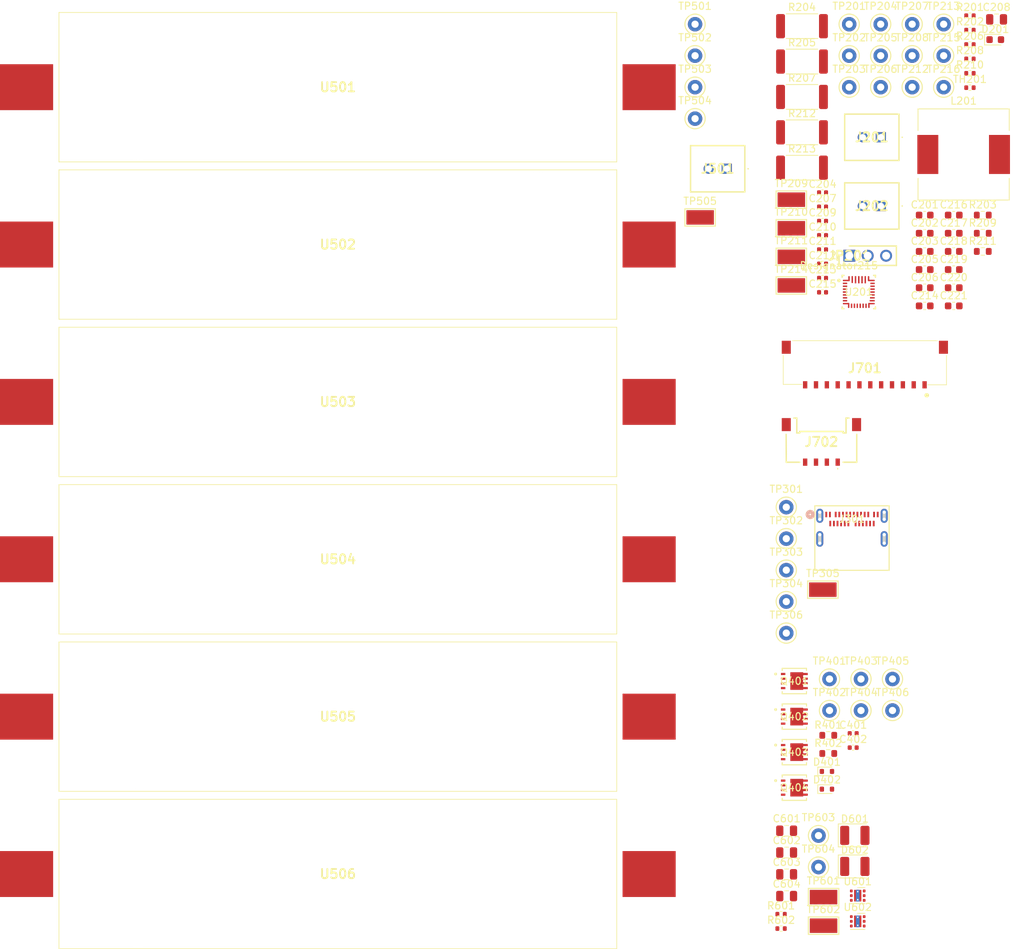
<source format=kicad_pcb>
(kicad_pcb (version 20221018) (generator pcbnew)
  (layers (0 "F.Cu" signal) (1 "In1.Cu" signal) (2 "In2.Cu" signal) (31 "B.Cu" signal) (34 "B.Paste" user) (35 "F.Paste" user) (36 "B.SilkS" user "B.Silkscreen") (37 "F.SilkS" user "F.Silkscreen") (38 "B.Mask" user) (39 "F.Mask" user) (44 "Edge.Cuts" user))
  (net 0 "")
  (net 1 "Net-(U201-PMID)")
  (net 2 "BATTERY_N")
  (net 3 "Net-(C205-Pad1)")
  (net 4 "Net-(U201-VAC2)")
  (net 5 "/Charger/REGN")
  (net 6 "Net-(U201-VAC1)")
  (net 7 "Net-(U201-BTST1)")
  (net 8 "Net-(U201-SW1)")
  (net 9 "Net-(U201-BTST2)")
  (net 10 "Net-(U201-SW2)")
  (net 11 "Net-(U201-SYS)")
  (net 12 "Net-(U201-SDRV)")
  (net 13 "Net-(C216-Pad1)")
  (net 14 "/Input Selection/ACDRV1_SOURCE")
  (net 15 "Net-(D401-K)")
  (net 16 "/Input Selection/ACDRV2_SOURCE")
  (net 17 "Net-(D402-K)")
  (net 18 "VCC")
  (net 19 "+3.3V")
  (net 20 "+5V")
  (net 21 "Net-(D201-K)")
  (net 22 "Net-(D601-K)")
  (net 23 "Net-(D602-K)")
  (net 24 "SOLAR_VBUS")
  (net 25 "GND2")
  (net 26 "Net-(J202-Pad1)")
  (net 27 "GND1")
  (net 30 "USB_VBUS")
  (net 31 "USB_CC1")
  (net 32 "USB_D+")
  (net 33 "USB_D-")
  (net 40 "USB_CC2")
  (net 43 "BATTERY_P")
  (net 44 "CHARGER_INT")
  (net 45 "USB_INT")
  (net 46 "POWER_SDA")
  (net 47 "POWER_SCL")
  (net 48 "Net-(JP201-Pad1)")
  (net 49 "/Charger/TEMPERATURE")
  (net 50 "VBUS")
  (net 51 "/Charger/STAT")
  (net 52 "Net-(U201-PROG)")
  (net 53 "Net-(U201-BATP)")
  (net 54 "ACDRV1")
  (net 55 "ACDRV2")
  (net 56 "Net-(U501-NEG)")
  (net 57 "Net-(U502-NEG)")
  (net 58 "Net-(U503-NEG)")
  (footprint "TestPoint:TestPoint_Keystone_5000-5004_Miniature" (layer "F.Cu") (at 133.2125 115.86)
    (fp_text reference "TP401" (at 0 -2.5) (layer "F.SilkS"))
    (fp_text value "Red")
    (pad "1" thru_hole circle (at 0 0) (size 2 2) (drill 1) (layers "*.Cu" "*.Mask") (net 15 "Net-(D401-K)"))
  )
  (footprint "Capacitor_SMD:C_0402_1005Metric" (layer "F.Cu") (at 132.2525 58.47)
    (fp_text reference "C212" (at 0 -1.16) (layer "F.SilkS"))
    (fp_text value "0.047u")
    (pad "1" smd roundrect (at -0.48 0) (size 0.56 0.62) (layers "F.Cu" "F.Paste" "F.Mask") (net 9 "Net-(U201-BTST2)"))
    (pad "2" smd roundrect (at 0.48 0) (size 0.56 0.62) (layers "F.Cu" "F.Paste" "F.Mask") (net 10 "Net-(U201-SW2)"))
  )
  (footprint "Capacitor_SMD:C_0603_1608Metric" (layer "F.Cu") (at 146.3625 64.29)
    (fp_text reference "C214" (at 0 -1.43) (layer "F.SilkS"))
    (fp_text value "10u")
    (pad "1" smd roundrect (at -0.775 0) (size 0.9 0.95) (layers "F.Cu" "F.Paste" "F.Mask") (net 11 "Net-(U201-SYS)"))
    (pad "2" smd roundrect (at 0.775 0) (size 0.9 0.95) (layers "F.Cu" "F.Paste" "F.Mask") (net 2 "BATTERY_N"))
  )
  (footprint "TestPoint:TestPoint_Keystone_5019_Minature" (layer "F.Cu") (at 132.3925 146)
    (fp_text reference "TP601" (at 0 -2.25) (layer "F.SilkS"))
    (fp_text value "Ring")
    (pad "1" smd rect (at 0 0) (size 3.8 2) (layers "F.Cu" "F.Paste" "F.Mask") (net 2 "BATTERY_N"))
  )
  (footprint "Resistor_SMD:R_2512_6332Metric" (layer "F.Cu") (at 129.4125 45.19)
    (fp_text reference "R213" (at 0 -2.62) (layer "F.SilkS"))
    (fp_text value "0.01")
    (pad "1" smd roundrect (at -2.9625 0) (size 1.225 3.35) (layers "F.Cu" "F.Paste" "F.Mask") (roundrect_rratio 0.2040816327) (net 11 "Net-(U201-SYS)"))
    (pad "2" smd roundrect (at 2.9625 0) (size 1.225 3.35) (layers "F.Cu" "F.Paste" "F.Mask") (roundrect_rratio 0.2040816327) (net 18 "VCC"))
  )
  (footprint "TestPoint:TestPoint_Keystone_5000-5004_Miniature" (layer "F.Cu") (at 127.2425 105.16)
    (fp_text reference "TP304" (at 0 -2.5) (layer "F.SilkS"))
    (fp_text value "White")
    (pad "1" thru_hole circle (at 0 0) (size 2 2) (drill 1) (layers "*.Cu" "*.Mask") (net 33 "USB_D-"))
  )
  (footprint "TestPoint:TestPoint_Keystone_5000-5004_Miniature" (layer "F.Cu") (at 141.9125 115.86)
    (fp_text reference "TP405" (at 0 -2.5) (layer "F.SilkS"))
    (fp_text value "White")
    (pad "1" thru_hole circle (at 0 0) (size 2 2) (drill 1) (layers "*.Cu" "*.Mask") (net 14 "/Input Selection/ACDRV1_SOURCE"))
  )
  (footprint "Capacitor_SMD:C_0402_1005Metric" (layer "F.Cu") (at 136.4825 125.34)
    (fp_text reference "C402" (at 0 -1.16) (layer "F.SilkS"))
    (fp_text value "1n")
    (pad "1" smd roundrect (at -0.48 0) (size 0.56 0.62) (layers "F.Cu" "F.Paste" "F.Mask") (net 16 "/Input Selection/ACDRV2_SOURCE"))
    (pad "2" smd roundrect (at 0.48 0) (size 0.56 0.62) (layers "F.Cu" "F.Paste" "F.Mask") (net 17 "Net-(D402-K)"))
  )
  (footprint "TestPoint:TestPoint_Keystone_5000-5004_Miniature" (layer "F.Cu") (at 114.6425 29.71)
    (fp_text reference "TP502" (at 0 -2.5) (layer "F.SilkS"))
    (fp_text value "White")
    (pad "1" thru_hole circle (at 0 0) (size 2 2) (drill 1) (layers "*.Cu" "*.Mask") (net 56 "Net-(U501-NEG)"))
  )
  (footprint "Diode_SMD:D_SOD-523" (layer "F.Cu") (at 132.8575 131.08)
    (fp_text reference "D402" (at 0 -1.3) (layer "F.SilkS"))
    (fp_text value "12V")
    (pad "1" smd roundrect (at -0.7 0 180) (size 0.6 0.7) (layers "F.Cu" "F.Paste" "F.Mask") (net 17 "Net-(D402-K)"))
    (pad "2" smd roundrect (at 0.7 0 180) (size 0.6 0.7) (layers "F.Cu" "F.Paste" "F.Mask") (net 16 "/Input Selection/ACDRV2_SOURCE"))
  )
  (footprint "footprints:5040500491" (layer "F.Cu") (at 132.0975 82.845)
    (fp_text reference "J702" (at 0 0.245) (layer "F.SilkS") (effects (font (size 1.27 1.27) (thickness 0.254))))
    (fp_text value "504050-0491" hide)
    (pad "1" smd rect (at 2.25 3.04) (size 0.6 1) (layers "F.Cu" "F.Paste" "F.Mask") (net 2 "BATTERY_N"))
    (pad "2" smd rect (at 0.75 3.04) (size 0.6 1) (layers "F.Cu" "F.Paste" "F.Mask") (net 18 "VCC"))
    (pad "3" smd rect (at -0.75 3.04) (size 0.6 1) (layers "F.Cu" "F.Paste" "F.Mask") (net 20 "+5V"))
    (pad "4" smd rect (at -2.25 3.04) (size 0.6 1) (layers "F.Cu" "F.Paste" "F.Mask") (net 19 "+3.3V"))
    (pad "MP1" smd rect (at 4.855 -2.15) (size 1.25 1.8) (layers "F.Cu" "F.Paste" "F.Mask") (net 2 "BATTERY_N"))
    (pad "MP2" smd rect (at -4.855 -2.15) (size 1.25 1.8) (layers "F.Cu" "F.Paste" "F.Mask") (net 2 "BATTERY_N"))
  )
  (footprint "footprints:B02BXASK1LFSN" (layer "F.Cu") (at 140.3075 40.985)
    (fp_text reference "J201" (at -1.25 0) (layer "F.SilkS") (effects (font (size 1.27 1.27) (thickness 0.254))))
    (fp_text value "B02B-XASK-1 (LF)(SN)" hide)
    (pad "1" thru_hole rect (at 0 0) (size 1.4 1.4) (drill 0.9) (layers "*.Cu" "*.Mask") (net 24 "SOLAR_VBUS"))
    (pad "2" thru_hole circle (at -2.5 0) (size 1.4 1.4) (drill 0.9) (layers "*.Cu" "*.Mask") (net 25 "GND2"))
  )
  (footprint "Capacitor_SMD:C_0603_1608Metric" (layer "F.Cu") (at 146.3625 56.76)
    (fp_text reference "C203" (at 0 -1.43) (layer "F.SilkS"))
    (fp_text value "10u")
    (pad "1" smd roundrect (at -0.775 0) (size 0.9 0.95) (layers "F.Cu" "F.Paste" "F.Mask") (net 1 "Net-(U201-PMID)"))
    (pad "2" smd roundrect (at 0.775 0) (size 0.9 0.95) (layers "F.Cu" "F.Paste" "F.Mask") (net 2 "BATTERY_N"))
  )
  (footprint "Capacitor_SMD:C_0603_1608Metric" (layer "F.Cu") (at 150.3725 61.78)
    (fp_text reference "C220" (at 0 -1.43) (layer "F.SilkS"))
    (fp_text value "10u")
    (pad "1" smd roundrect (at -0.775 0) (size 0.9 0.95) (layers "F.Cu" "F.Paste" "F.Mask") (net 11 "Net-(U201-SYS)"))
    (pad "2" smd roundrect (at 0.775 0) (size 0.9 0.95) (layers "F.Cu" "F.Paste" "F.Mask") (net 2 "BATTERY_N"))
  )
  (footprint "Capacitor_SMD:C_0402_1005Metric" (layer "F.Cu") (at 136.4825 123.37)
    (fp_text reference "C401" (at 0 -1.16) (layer "F.SilkS"))
    (fp_text value "1n")
    (pad "1" smd roundrect (at -0.48 0) (size 0.56 0.62) (layers "F.Cu" "F.Paste" "F.Mask") (net 14 "/Input Selection/ACDRV1_SOURCE"))
    (pad "2" smd roundrect (at 0.48 0) (size 0.56 0.62) (layers "F.Cu" "F.Paste" "F.Mask") (net 15 "Net-(D401-K)"))
  )
  (footprint "footprints:Q3A_TEX" (layer "F.Cu") (at 128.3569 125.964)
    (fp_text reference "Q403" (at 0 0 unlocked) (layer "F.SilkS"))
    (fp_text value "CSD17581Q3A")
    (fp_poly (pts (xy -0.558 -1.2192) (xy 1.22 -1.2192) (xy 1.219799 -1.127399) (xy 1.854799 -1.127399) (xy 1.854799 -0.822599) (xy 1.219799 -0.822599) (xy 1.219799 -0.477401) (xy 1.854799 -0.477401) (xy 1.854799 -0.172601) (xy 1.219799 -0.172601) (xy 1.219799 0.172601) (xy 1.854799 0.172601) (xy 1.854799 0.477401) (xy 1.219799 0.477401) (xy 1.219799 0.822599) (xy 1.854799 0.822599) (xy 1.854799 1.127399) (xy 1.219799 1.127399) (xy 1.22 1.2192) (xy -0.558 1.2192)) (fill solid) (layer "F.Cu"))
    (pad "1" smd rect (at -1.549999 -0.974999) (size 0.6096 0.3048) (layers "F.Cu" "F.Paste" "F.Mask") (net 14 "/Input Selection/ACDRV1_SOURCE"))
    (pad "2" smd rect (at -1.549999 -0.325001) (size 0.6096 0.3048) (layers "F.Cu" "F.Paste" "F.Mask") (net 14 "/Input Selection/ACDRV1_SOURCE"))
    (pad "3" smd rect (at -1.549999 0.325001) (size 0.6096 0.3048) (layers "F.Cu" "F.Paste" "F.Mask") (net 14 "/Input Selection/ACDRV1_SOURCE"))
    (pad "4" smd rect (at -1.549999 0.974999) (size 0.6096 0.3048) (layers "F.Cu" "F.Paste" "F.Mask") (net 15 "Net-(D401-K)"))
    (pad "5" smd rect (at 1.549999 0.974999) (size 0.127 0.127) (layers "F.Cu" "F.Paste" "F.Mask") (net 50 "VBUS"))
    (pad "6" smd rect (at 1.549999 0.325001) (size 0.127 0.127) (layers "F.Cu" "F.Paste" "F.Mask") (net 50 "VBUS"))
    (pad "7" smd rect (at 1.549999 -0.325001) (size 0.127 0.127) (layers "F.Cu" "F.Paste" "F.Mask") (net 50 "VBUS"))
    (pad "8" smd rect (at 1.549999 -0.974999) (size 0.127 0.127) (layers "F.Cu" "F.Paste" "F.Mask") (net 50 "VBUS"))
    (pad "9" smd rect (at 0.331 0) (size 0.127 0.127) (layers "F.Cu" "F.Paste" "F.Mask") (net 50 "VBUS"))
  )
  (footprint "Resistor_SMD:R_0402_1005Metric" (layer "F.Cu") (at 152.6125 26.17)
    (fp_text reference "R202" (at 0 -1.17) (layer "F.SilkS"))
    (fp_text value "5.24k")
    (pad "1" smd roundrect (at -0.51 0) (size 0.54 0.64) (layers "F.Cu" "F.Paste" "F.Mask") (net 5 "/Charger/REGN"))
    (pad "2" smd roundrect (at 0.51 0) (size 0.54 0.64) (layers "F.Cu" "F.Paste" "F.Mask") (net 49 "/Charger/TEMPERATURE"))
  )
  (footprint "Resistor_SMD:R_0402_1005Metric" (layer "F.Cu") (at 152.6125 34.13)
    (fp_text reference "TH201" (at 0 -1.17) (layer "F.SilkS"))
    (fp_text value "10k NTC")
    (pad "1" smd roundrect (at -0.51 0) (size 0.54 0.64) (layers "F.Cu" "F.Paste" "F.Mask") (net 48 "Net-(JP201-Pad1)"))
    (pad "2" smd roundrect (at 0.51 0) (size 0.54 0.64) (layers "F.Cu" "F.Paste" "F.Mask") (net 2 "BATTERY_N"))
  )
  (footprint "TestPoint:TestPoint_Keystone_5000-5004_Miniature" (layer "F.Cu") (at 127.2425 92.11)
    (fp_text reference "TP301" (at 0 -2.5) (layer "F.SilkS"))
    (fp_text value "Black")
    (pad "1" thru_hole circle (at 0 0) (size 2 2) (drill 1) (layers "*.Cu" "*.Mask") (net 40 "USB_CC2"))
  )
  (footprint "Diode_SMD:D_SOD-523" (layer "F.Cu") (at 132.8575 128.63)
    (fp_text reference "D401" (at 0 -1.3) (layer "F.SilkS"))
    (fp_text value "12V")
    (pad "1" smd roundrect (at -0.7 0 180) (size 0.6 0.7) (layers "F.Cu" "F.Paste" "F.Mask") (net 15 "Net-(D401-K)"))
    (pad "2" smd roundrect (at 0.7 0 180) (size 0.6 0.7) (layers "F.Cu" "F.Paste" "F.Mask") (net 14 "/Input Selection/ACDRV1_SOURCE"))
  )
  (footprint "Resistor_SMD:R_0603_1608Metric" (layer "F.Cu") (at 154.3825 56.76)
    (fp_text reference "R211" (at 0 -1.43) (layer "F.SilkS"))
    (fp_text value "100")
    (pad "1" smd roundrect (at -0.825 0) (size 0.8 0.95) (layers "F.Cu" "F.Paste" "F.Mask") (net 53 "Net-(U201-BATP)"))
    (pad "2" smd roundrect (at 0.825 0) (size 0.8 0.95) (layers "F.Cu" "F.Paste" "F.Mask") (net 13 "Net-(C216-Pad1)"))
  )
  (footprint "Capacitor_SMD:C_0603_1608Metric" (layer "F.Cu") (at 146.3625 61.78)
    (fp_text reference "C206" (at 0 -1.43) (layer "F.SilkS"))
    (fp_text value "10u")
    (pad "1" smd roundrect (at -0.775 0) (size 0.9 0.95) (layers "F.Cu" "F.Paste" "F.Mask") (net 3 "Net-(C205-Pad1)"))
    (pad "2" smd roundrect (at 0.775 0) (size 0.9 0.95) (layers "F.Cu" "F.Paste" "F.Mask") (net 2 "BATTERY_N"))
  )
  (footprint "Resistor_SMD:R_0402_1005Metric" (layer "F.Cu") (at 152.6125 32.14)
    (fp_text reference "R210" (at 0 -1.17) (layer "F.SilkS"))
    (fp_text value "10k")
    (pad "1" smd roundrect (at -0.51 0) (size 0.54 0.64) (layers "F.Cu" "F.Paste" "F.Mask") (net 19 "+3.3V"))
    (pad "2" smd roundrect (at 0.51 0) (size 0.54 0.64) (layers "F.Cu" "F.Paste" "F.Mask") (net 44 "CHARGER_INT"))
  )
  (footprint "TestPoint:TestPoint_Keystone_5000-5004_Miniature" (layer "F.Cu") (at 140.2825 34.06)
    (fp_text reference "TP206" (at 0 -2.5) (layer "F.SilkS"))
    (fp_text value "White")
    (pad "1" thru_hole circle (at 0 0) (size 2 2) (drill 1) (layers "*.Cu" "*.Mask") (net 3 "Net-(C205-Pad1)"))
  )
  (footprint "Resistor_SMD:R_0603_1608Metric" (layer "F.Cu") (at 154.3825 51.74)
    (fp_text reference "R203" (at 0 -1.43) (layer "F.SilkS"))
    (fp_text value "30.31k")
    (pad "1" smd roundrect (at -0.825 0) (size 0.8 0.95) (layers "F.Cu" "F.Paste" "F.Mask") (net 49 "/Charger/TEMPERATURE"))
    (pad "2" smd roundrect (at 0.825 0) (size 0.8 0.95) (layers "F.Cu" "F.Paste" "F.Mask") (net 2 "BATTERY_N"))
  )
  (footprint "LED_SMD:LED_1210_3225Metric" (layer "F.Cu") (at 136.7125 137.47)
    (fp_text reference "D601" (at 0 -2.28) (layer "F.SilkS"))
    (fp_text value "Orange LED")
    (pad "1" smd roundrect (at -1.4 0) (size 1.25 2.65) (layers "F.Cu" "F.Paste" "F.Mask") (roundrect_rratio 0.2) (net 22 "Net-(D601-K)"))
    (pad "2" smd roundrect (at 1.4 0) (size 1.25 2.65) (layers "F.Cu" "F.Paste" "F.Mask") (roundrect_rratio 0.2) (net 19 "+3.3V"))
  )
  (footprint "Resistor_SMD:R_0402_1005Metric" (layer "F.Cu") (at 152.6125 30.15)
    (fp_text reference "R208" (at 0 -1.17) (layer "F.SilkS"))
    (fp_text value "10k")
    (pad "1" smd roundrect (at -0.51 0) (size 0.54 0.64) (layers "F.Cu" "F.Paste" "F.Mask") (net 19 "+3.3V"))
    (pad "2" smd roundrect (at 0.51 0) (size 0.54 0.64) (layers "F.Cu" "F.Paste" "F.Mask") (net 46 "POWER_SDA"))
  )
  (footprint "TestPoint:TestPoint_Keystone_5000-5004_Miniature" (layer "F.Cu") (at 135.9325 34.06)
    (fp_text reference "TP203" (at 0 -2.5) (layer "F.SilkS"))
    (fp_text value "White")
    (pad "1" thru_hole circle (at 0 0) (size 2 2) (drill 1) (layers "*.Cu" "*.Mask") (net 50 "VBUS"))
  )
  (footprint "Capacitor_SMD:C_0402_1005Metric" (layer "F.Cu") (at 132.2525 48.62)
    (fp_text reference "C204" (at 0 -1.16) (layer "F.SilkS"))
    (fp_text value "0.1u")
    (pad "1" smd roundrect (at -0.48 0) (size 0.56 0.62) (layers "F.Cu" "F.Paste" "F.Mask") (net 1 "Net-(U201-PMID)"))
    (pad "2" smd roundrect (at 0.48 0) (size 0.56 0.62) (layers "F.Cu" "F.Paste" "F.Mask") (net 2 "BATTERY_N"))
  )
  (footprint "Resistor_SMD:R_0603_1608Metric" (layer "F.Cu") (at 133.0425 126.15)
    (fp_text reference "R402" (at 0 -1.43) (layer "F.SilkS"))
    (fp_text value "294")
    (pad "1" smd roundrect (at -0.825 0) (size 0.8 0.95) (layers "F.Cu" "F.Paste" "F.Mask") (net 17 "Net-(D402-K)"))
    (pad "2" smd roundrect (at 0.825 0) (size 0.8 0.95) (layers "F.Cu" "F.Paste" "F.Mask") (net 55 "ACDRV2"))
  )
  (footprint "footprints:KEYSTONE-1042" (layer "F.Cu") (at 65.2975 99.31)
    (fp_text reference "U504" (at 0 0) (layer "F.SilkS") (effects (font (size 1.27 1.27) (thickness 0.254))))
    (fp_text value "1042" hide)
    (pad "" np_thru_hole circle (at -27.6 8) (size 3.45 3.45) (drill 3.45) (layers "*.Cu" "*.Mask"))
    (pad "" np_thru_hole circle (at 27.6 -8) (size 3.45 3.45) (drill 3.45) (layers "*.Cu" "*.Mask"))
    (pad "" np_thru_hole circle (at 35.93 8) (size 1.57 1.57) (drill 1.57) (layers "*.Cu" "*.Mask"))
    (pad "1" smd rect (at -43 0 90) (size 6.35 7.34) (layers "F.Cu" "F.Paste" "F.Mask") (net 2 "BATTERY_N"))
    (pad "2" smd rect (at 43 0 90) (size 6.35 7.34) (layers "F.Cu" "F.Paste" "F.Mask") (net 56 "Net-(U501-NEG)"))
  )
  (footprint "TestPoint:TestPoint_Keystone_5000-5004_Miniature" (layer "F.Cu") (at 131.6925 137.5)
    (fp_text reference "TP603" (at 0 -2.5) (layer "F.SilkS"))
    (fp_text value "Red")
    (pad "1" thru_hole circle (at 0 0) (size 2 2) (drill 1) (layers "*.Cu" "*.Mask") (net 19 "+3.3V"))
  )
  (footprint "Capacitor_SMD:C_0402_1005Metric" (layer "F.Cu") (at 132.2525 60.44)
    (fp_text reference "C213" (at 0 -1.16) (layer "F.SilkS"))
    (fp_text value "0.1u")
    (pad "1" smd roundrect (at -0.48 0) (size 0.56 0.62) (layers "F.Cu" "F.Paste" "F.Mask") (net 11 "Net-(U201-SYS)"))
    (pad "2" smd roundrect (at 0.48 0) (size 0.56 0.62) (layers "F.Cu" "F.Paste" "F.Mask") (net 2 "BATTERY_N"))
  )
  (footprint "Resistor_SMD:R_0402_1005Metric" (layer "F.Cu") (at 152.6125 28.16)
    (fp_text reference "R206" (at 0 -1.17) (layer "F.SilkS"))
    (fp_text value "10k")
    (pad "1" smd roundrect (at -0.51 0) (size 0.54 0.64) (layers "F.Cu" "F.Paste" "F.Mask") (net 19 "+3.3V"))
    (pad "2" smd roundrect (at 0.51 0) (size 0.54 0.64) (layers "F.Cu" "F.Paste" "F.Mask") (net 47 "POWER_SCL"))
  )
  (footprint "Capacitor_SMD:C_0805_2012Metric" (layer "F.Cu") (at 127.2925 145.86)
    (fp_text reference "C604" (at 0 -1.68) (layer "F.SilkS"))
    (fp_text value "2.2u")
    (pad "1" smd roundrect (at -0.95 0) (size 1 1.45) (layers "F.Cu" "F.Paste" "F.Mask") (net 20 "+5V"))
    (pad "2" smd roundrect (at 0.95 0) (size 1 1.45) (layers "F.Cu" "F.Paste" "F.Mask") (net 2 "BATTERY_N"))
  )
  (footprint "Resistor_SMD:R_0402_1005Metric" (layer "F.Cu") (at 126.5225 148.36)
    (fp_text reference "R601" (at 0 -1.17) (layer "F.SilkS"))
    (fp_text value "68")
    (pad "1" smd roundrect (at -0.51 0) (size 0.54 0.64) (layers "F.Cu" "F.Paste" "F.Mask") (net 22 "Net-(D601-K)"))
    (pad "2" smd roundrect (at 0.51 0) (size 0.54 0.64) (layers "F.Cu" "F.Paste" "F.Mask") (net 2 "BATTERY_N"))
  )
  (footprint "Capacitor_SMD:C_0603_1608Metric" (layer "F.Cu") (at 150.3725 54.25)
    (fp_text reference "C217" (at 0 -1.43) (layer "F.SilkS"))
    (fp_text value "10u")
    (pad "1" smd roundrect (at -0.775 0) (size 0.9 0.95) (layers "F.Cu" "F.Paste" "F.Mask") (net 11 "Net-(U201-SYS)"))
    (pad "2" smd roundrect (at 0.775 0) (size 0.9 0.95) (layers "F.Cu" "F.Paste" "F.Mask") (net 2 "BATTERY_N"))
  )
  (footprint "TestPoint:TestPoint_Keystone_5000-5004_Miniature" (layer "F.Cu") (at 114.6425 34.06)
    (fp_text reference "TP503" (at 0 -2.5) (layer "F.SilkS"))
    (fp_text value "White")
    (pad "1" thru_hole circle (at 0 0) (size 2 2) (drill 1) (layers "*.Cu" "*.Mask") (net 57 "Net-(U502-NEG)"))
  )
  (footprint "LED_SMD:LED_1210_3225Metric" (layer "F.Cu") (at 136.7125 141.76)
    (fp_text reference "D602" (at 0 -2.28) (layer "F.SilkS"))
    (fp_text value "Orange LED")
    (pad "1" smd roundrect (at -1.4 0) (size 1.25 2.65) (layers "F.Cu" "F.Paste" "F.Mask") (roundrect_rratio 0.2) (net 23 "Net-(D602-K)"))
    (pad "2" smd roundrect (at 1.4 0) (size 1.25 2.65) (layers "F.Cu" "F.Paste" "F.Mask") (roundrect_rratio 0.2) (net 20 "+5V"))
  )
  (footprint "Capacitor_SMD:C_0402_1005Metric" (layer "F.Cu") (at 132.2525 56.5)
    (fp_text reference "C211" (at 0 -1.16) (layer "F.SilkS"))
    (fp_text value "0.047u")
    (pad "1" smd roundrect (at -0.48 0) (size 0.56 0.62) (layers "F.Cu" "F.Paste" "F.Mask") (net 7 "Net-(U201-BTST1)"))
    (pad "2" smd roundrect (at 0.48 0) (size 0.56 0.62) (layers "F.Cu" "F.Paste" "F.Mask") (net 8 "Net-(U201-SW1)"))
  )
  (footprint "TestPoint:TestPoint_Keystone_5000-5004_Miniature" (layer "F.Cu") (at 135.9325 25.36)
    (fp_text reference "TP201" (at 0 -2.5) (layer "F.SilkS"))
    (fp_text value "White")
    (pad "1" thru_hole circle (at 0 0) (size 2 2) (drill 1) (layers "*.Cu" "*.Mask") (net 24 "SOLAR_VBUS"))
  )
  (footprint "Resistor_SMD:R_0402_1005Metric" (layer "F.Cu") (at 152.6125 24.18)
    (fp_text reference "R201" (at 0 -1.17) (layer "F.SilkS"))
    (fp_text value "2.21k")
    (pad "1" smd roundrect (at -0.51 0) (size 0.54 0.64) (layers "F.Cu" "F.Paste" "F.Mask") (net 21 "Net-(D201-K)"))
    (pad "2" smd roundrect (at 0.51 0) (size 0.54 0.64) (layers "F.Cu" "F.Paste" "F.Mask") (net 51 "/Charger/STAT"))
  )
  (footprint "footprints:HDRV3W64P0X254_1X3_762X254X869P" (layer "F.Cu") (at 135.9525 57.355)
    (fp_text reference "JP201" (at 0 0) (layer "F.SilkS") (effects (font (size 1.27 1.27) (thickness 0.254))))
    (fp_text value "3P Header" hide)
    (pad "1" thru_hole rect (at 0 0) (size 1.65 1.65) (drill 1.1) (layers "*.Cu" "*.Mask") (net 48 "Net-(JP201-Pad1)"))
    (pad "2" thru_hole circle (at 2.54 0) (size 1.65 1.65) (drill 1.1) (layers "*.Cu" "*.Mask") (net 49 "/Charger/TEMPERATURE"))
    (pad "3" thru_hole circle (at 5.08 0) (size 1.65 1.65) (drill 1.1) (layers "*.Cu" "*.Mask") (net 26 "Net-(J202-Pad1)"))
  )
  (footprint "TestPoint:TestPoint_Keystone_5019_Minature" (layer "F.Cu") (at 115.3425 52.06)
    (fp_text reference "TP505" (at 0 -2.25) (layer "F.SilkS"))
    (fp_text value "Ring")
    (pad "1" smd rect (at 0 0) (size 3.8 2) (layers "F.Cu" "F.Paste" "F.Mask") (net 2 "BATTERY_N"))
  )
  (footprint "TestPoint:TestPoint_Keystone_5000-5004_Miniature" (layer "F.Cu") (at 131.6925 141.85)
    (fp_text reference "TP604" (at 0 -2.5) (layer "F.SilkS"))
    (fp_text value "Red")
    (pad "1" thru_hole circle (at 0 0) (size 2 2) (drill 1) (layers "*.Cu" "*.Mask") (net 20 "+5V"))
  )
  (footprint "TestPoint:TestPoint_Keystone_5000-5004_Miniature" (layer "F.Cu") (at 127.2425 96.46)
    (fp_text reference "TP302" (at 0 -2.5) (layer "F.SilkS"))
    (fp_text value "Red")
    (pad "1" thru_hole circle (at 0 0) (size 2 2) (drill 1) (layers "*.Cu" "*.Mask") (net 30 "USB_VBUS"))
  )
  (footprint "Capacitor_SMD:C_0603_1608Metric" (layer "F.Cu") (at 146.3625 54.25)
    (fp_text reference "C202" (at 0 -1.43) (layer "F.SilkS"))
    (fp_text value "10u")
    (pad "1" smd roundrect (at -0.775 0) (size 0.9 0.95) (layers "F.Cu" "F.Paste" "F.Mask") (net 1 "Net-(U201-PMID)"))
    (pad "2" smd roundrect (at 0.775 0) (size 0.9 0.95) (layers "F.Cu" "F.Paste" "F.Mask") (net 2 "BATTERY_N"))
  )
  (footprint "footprints:KEYSTONE-1042" (layer "F.Cu") (at 65.2975 34.06)
    (fp_text reference "U501" (at 0 0) (layer "F.SilkS") (effects (font (size 1.27 1.27) (thickness 0.254))))
    (fp_text value "1042" hide)
    (pad "" np_thru_hole circle (at -27.6 8) (size 3.45 3.45) (drill 3.45) (layers "*.Cu" "*.Mask"))
    (pad "" np_thru_hole circle (at 27.6 -8) (size 3.45 3.45) (drill 3.45) (layers "*.Cu" "*.Mask"))
    (pad "" np_thru_hole circle (at 35.93 8) (size 1.57 1.57) (drill 1.57) (layers "*.Cu" "*.Mask"))
    (pad "1" smd rect (at -43 0 90) (size 6.35 7.34) (layers "F.Cu" "F.Paste" "F.Mask") (net 56 "Net-(U501-NEG)"))
    (pad "2" smd rect (at 43 0 90) (size 6.35 7.34) (layers "F.Cu" "F.Paste" "F.Mask") (net 43 "BATTERY_P"))
  )
  (footprint "footprints:Q3A_TEX" (layer "F.Cu") (at 128.3569 130.8756)
    (fp_text reference "Q404" (at 0 0 unlocked) (layer "F.SilkS"))
    (fp_text value "CSD17581Q3A")
    (fp_poly (pts (xy -0.558 -1.2192) (xy 1.22 -1.2192) (xy 1.219799 -1.127399) (xy 1.854799 -1.127399) (xy 1.854799 -0.822599) (xy 1.219799 -0.822599) (xy 1.219799 -0.477401) (xy 1.854799 -0.477401) (xy 1.854799 -0.172601) (xy 1.219799 -0.172601) (xy 1.219799 0.172601) (xy 1.854799 0.172601) (xy 1.854799 0.477401) (xy 1.219799 0.477401) (xy 1.219799 0.822599) (xy 1.854799 0.822599) (xy 1.854799 1.127399) (xy 1.219799 1.127399) (xy 1.22 1.2192) (xy -0.558 1.2192)) (fill solid) (layer "F.Cu"))
    (pad "1" smd rect (at -1.549999 -0.974999) (size 0.6096 0.3048) (layers "F.Cu" "F.Paste" "F.Mask") (net 16 "/Input Selection/ACDRV2_SOURCE"))
    (pad "2" smd rect (at -1.549999 -0.325001) (size 0.6096 0.3048) (layers "F.Cu" "F.Paste" "F.Mask") (net 16 "/Input Selection/ACDRV2_SOURCE"))
    (pad "3" smd rect (at -1.549999 0.325001) (size 0.6096 0.3048) (layers "F.Cu" "F.Paste" "F.Mask") (net 16 "/Input Selection/ACDRV2_SOURCE"))
    (pad "4" smd rect (at -1.549999 0.974999) (size 0.6096 0.3048) (layers "F.Cu" "F.Paste" "F.Mask") (net 17 "Net-(D402-K)"))
    (pad "5" smd rect (at 1.549999 0.974999) (size 0.127 0.127) (layers "F.Cu" "F.Paste" "F.Mask") (net 50 "VBUS"))
    (pad "6" smd rect (at 1.549999 0.325001) (size 0.127 0.127) (layers "F.Cu" "F.Paste" "F.Mask") (net 50 "VBUS"))
    (pad "7" smd rect (at 1.549999 -0.325001) (size 0.127 0.127) (layers "F.Cu" "F.Paste" "F.Mask") (net 50 "VBUS"))
    (pad "8" smd rect (at 1.549999 -0.974999) (size 0.127 0.127) (layers "F.Cu" "F.Paste" "F.Mask") (net 50 "VBUS"))
    (pad "9" smd rect (at 0.331 0) (size 0.127 0.127) (layers "F.Cu" "F.Paste" "F.Mask") (net 50 "VBUS"))
  )
  (footprint "TestPoint:TestPoint_Keystone_5019_Minature" (layer "F.Cu") (at 127.9425 53.56)
    (fp_text reference "TP210" (at 0 -2.25) (layer "F.SilkS"))
    (fp_text value "Ring")
    (pad "1" smd rect (at 0 0) (size 3.8 2) (layers "F.Cu" "F.Paste" "F.Mask") (net 25 "GND2"))
  )
  (footprint "Capacitor_SMD:C_0603_1608Metric" (layer "F.Cu") (at 146.3625 51.74)
    (fp_text reference "C201" (at 0 -1.43) (layer "F.SilkS"))
    (fp_text value "10u")
    (pad "1" smd roundrect (at -0.775 0) (size 0.9 0.95) (layers "F.Cu" "F.Paste" "F.Mask") (net 1 "Net-(U201-PMID)"))
    (pad "2" smd roundrect (at 0.775 0) (size 0.9 0.95) (layers "F.Cu" "F.Paste" "F.Mask") (net 2 "BATTERY_N"))
  )
  (footprint "Package_SON:WSON-6-1EP_2x2mm_P0.65mm_EP1x1.6mm_ThermalVias" (layer "F.Cu") (at 137.1125 145.8)
    (fp_text reference "U601" (at 0 -1.95) (layer "F.SilkS"))
    (fp_text value "TLV76733DRVx")
    (pad "1" smd roundrect (at -0.8875 -0.65) (size 0.375 0.4) (layers "F.Cu" "F.Paste" "F.Mask") (net 19 "+3.3V"))
    (pad "2" smd roundrect (at -0.8875 0) (size 0.375 0.4) (layers "F.Cu" "F.Paste" "F.Mask") (net 19 "+3.3V"))
    (pad "3" smd roundrect (at -0.8875 0.65) (size 0.375 0.4) (layers "F.Cu" "F.Paste" "F.Mask") (net 2 "BATTERY_N"))
    (pad "4" smd roundrect (at 0.8875 0.65) (size 0.375 0.4) (layers "F.Cu" "F.Paste" "F.Mask") (net 18 "VCC"))
    (pad "5" smd roundrect (at 0.8875 0) (size 0.375 0.4) (layers "F.Cu" "F.Paste" "F.Mask") (net 2 "BATTERY_N"))
    (pad "6" smd roundrect (at 0.8875 -0.65) (size 0.375 0.4) (layers "F.Cu" "F.Paste" "F.Mask") (net 18 "VCC"))
    (pad "7" thru_hole circle (at 0 -0.55) (size 0.5 0.5) (drill 0.2) (layers "*.Cu") (net 2 "BATTERY_N"))
    (pad "7" smd rect (at 0 0) (size 0.5 1.6) (layers "B.Cu") (net 2 "BATTERY_N"))
    (pad "7" smd rect (at 0 0) (size 1 1.6) (layers "F.Cu" "F.Mask") (net 2 "BATTERY_N"))
    (pad "7" thru_hole circle (at 0 0.55) (size 0.5 0.5) (drill 0.2) (layers "*.Cu") (net 2 "BATTERY_N"))
  )
  (footprint "TestPoint:TestPoint_Keystone_5000-5004_Miniature" (layer "F.Cu") (at 140.2825 25.36)
    (fp_text reference "TP204" (at 0 -2.5) (layer "F.SilkS"))
    (fp_text value "White")
    (pad "1" thru_hole circle (at 0 0) (size 2 2) (drill 1) (layers "*.Cu" "*.Mask") (net 6 "Net-(U201-VAC1)"))
  )
  (footprint "TestPoint:TestPoint_Keystone_5019_Minature" (layer "F.Cu") (at 127.9425 61.46)
    (fp_text reference "TP214" (at 0 -2.25) (layer "F.SilkS"))
    (fp_text value "Ring")
    (pad "1" smd rect (at 0 0) (size 3.8 2) (layers "F.Cu" "F.Paste" "F.Mask") (net 2 "BATTERY_N"))
  )
  (footprint "Resistor_SMD:R_2512_6332Metric" (layer "F.Cu") (at 129.4125 40.3)
    (fp_text reference "R212" (at 0 -2.62) (layer "F.SilkS"))
    (fp_text value "0.01")
    (pad "1" smd roundrect (at -2.9625 0) (size 1.225 3.35) (layers "F.Cu" "F.Paste" "F.Mask") (roundrect_rratio 0.2040816327) (net 13 "Net-(C216-Pad1)"))
    (pad "2" smd roundrect (at 2.9625 0) (size 1.225 3.35) (layers "F.Cu" "F.Paste" "F.Mask") (roundrect_rratio 0.2040816327) (net 43 "BATTERY_P"))
  )
  (footprint "footprints:KEYSTONE-1042" (layer "F.Cu") (at 65.2975 77.56)
    (fp_text reference "U503" (at 0 0) (layer "F.SilkS") (effects (font (size 1.27 1.27) (thickness 0.254))))
    (fp_text value "1042" hide)
    (pad "" np_thru_hole circle (at -27.6 8) (size 3.45 3.45) (drill 3.45) (layers "*.Cu" "*.Mask"))
    (pad "" np_thru_hole circle (at 27.6 -8) (size 3.45 3.45) (drill 3.45) (layers "*.Cu" "*.Mask"))
    (pad "" np_thru_hole circle (at 35.93 8) (size 1.57 1.57) (drill 1.57) (layers "*.Cu" "*.Mask"))
    (pad "1" smd rect (at -43 0 90) (size 6.35 7.34) (layers "F.Cu" "F.Paste" "F.Mask") (net 58 "Net-(U503-NEG)"))
    (pad "2" smd rect (at 43 0 90) (size 6.35 7.34) (layers "F.Cu" "F.Paste" "F.Mask") (net 43 "BATTERY_P"))
  )
  (footprint "TestPoint:TestPoint_Keystone_5000-5004_Miniature" (layer "F.Cu") (at 144.6325 29.71)
    (fp_text reference "TP208" (at 0 -2.5) (layer "F.SilkS"))
    (fp_text value "Black")
    (pad "1" thru_hole circle (at 0 0) (size 2 2) (drill 1) (layers "*.Cu" "*.Mask") (net 2 "BATTERY_N"))
  )
  (footprint "LED_SMD:LED_0603_1608Metric" (layer "F.Cu") (at 156.1125 27.49)
    (fp_text reference "D201" (at 0 -1.43) (layer "F.SilkS"))
    (fp_text value "Green LED")
    (pad "1" smd roundrect (at -0.7875 0) (size 0.875 0.95) (layers "F.Cu" "F.Paste" "F.Mask") (net 21 "Net-(D201-K)"))
    (pad "2" smd roundrect (at 0.7875 0) (size 0.875 0.95) (layers "F.Cu" "F.Paste" "F.Mask") (net 19 "+3.3V"))
  )
  (footprint "Capacitor_SMD:C_0402_1005Metric" (layer "F.Cu") (at 132.2525 62.41)
    (fp_text reference "C215" (at 0 -1.16) (layer "F.SilkS"))
    (fp_text value "1n")
    (pad "1" smd roundrect (at -0.48 0) (size 0.56 0.62) (layers "F.Cu" "F.Paste" "F.Mask") (net 12 "Net-(U201-SDRV)"))
    (pad "2" smd roundrect (at 0.48 0) (size 0.56 0.62) (layers "F.Cu" "F.Paste" "F.Mask") (net 2 "BATTERY_N"))
  )
  (footprint "TestPoint:TestPoint_Keystone_5000-5004_Miniature" (layer "F.Cu") (at 127.2425 100.81)
    (fp_text reference "TP303" (at 0 -2.5) (layer "F.SilkS"))
    (fp_text value "White")
    (pad "1" thru_hole circle (at 0 0) (size 2 2) (drill 1) (layers "*.Cu" "*.Mask") (net 32 "USB_D+"))
  )
  (footprint "Capacitor_SMD:C_0402_1005Metric" (layer "F.Cu") (at 132.2525 50.59)
    (fp_text reference "C207" (at 0 -1.16) (layer "F.SilkS"))
    (fp_text value "0.1u")
    (pad "1" smd roundrect (at -0.48 0) (size 0.56 0.62) (layers "F.Cu" "F.Paste" "F.Mask") (net 4 "Net-(U201-VAC2)"))
    (pad "2" smd roundrect (at 0.48 0) (size 0.56 0.62) (layers "F.Cu" "F.Paste" "F.Mask") (net 2 "BATTERY_N"))
  )
  (footprint "TestPoint:TestPoint_Keystone_5000-5004_Miniature" (layer "F.Cu") (at 133.2125 120.21)
    (fp_text reference "TP402" (at 0 -2.5) (layer "F.SilkS"))
    (fp_text value "Red")
    (pad "1" thru_hole circle (at 0 0) (size 2 2) (drill 1) (layers "*.Cu" "*.Mask") (net 17 "Net-(D402-K)"))
  )
  (footprint "TestPoint:TestPoint_Keystone_5000-5004_Miniature" (layer "F.Cu") (at 135.9325 29.71)
    (fp_text reference "TP202" (at 0 -2.5) (layer "F.SilkS"))
    (fp_text value "White")
    (pad "1" thru_hole circle (at 0 0) (size 2 2) (drill 1) (layers "*.Cu" "*.Mask") (net 30 "USB_VBUS"))
  )
  (footprint "TestPoint:TestPoint_Keystone_5000-5004_Miniature" (layer "F.Cu") (at 141.9125 120.21)
    (fp_text reference "TP406" (at 0 -2.5) (layer "F.SilkS"))
    (fp_text value "White")
    (pad "1" thru_hole circle (at 0 0) (size 2 2) (drill 1) (layers "*.Cu" "*.Mask") (net 16 "/Input Selection/ACDRV2_SOURCE"))
  )
  (footprint "Resistor_SMD:R_0603_1608Metric" (layer "F.Cu") (at 154.3825 54.25)
    (fp_text reference "R209" (at 0 -1.43) (layer "F.SilkS"))
    (fp_text value "6.2k")
    (pad "1" smd roundrect (at -0.825 0) (size 0.8 0.95) (layers "F.Cu" "F.Paste" "F.Mask") (net 52 "Net-(U201-PROG)"))
    (pad "2" smd roundrect (at 0.825 0) (size 0.8 0.95) (layers "F.Cu" "F.Paste" "F.Mask") (net 2 "BATTERY_N"))
  )
  (footprint "Resistor_SMD:R_2512_6332Metric" (layer "F.Cu") (at 129.4125 25.63)
    (fp_text reference "R204" (at 0 -2.62) (layer "F.SilkS"))
    (fp_text value "0.01")
    (pad "1" smd roundrect (at -2.9625 0) (size 1.225 3.35) (layers "F.Cu" "F.Paste" "F.Mask") (roundrect_rratio 0.2040816327) (net 24 "SOLAR_VBUS"))
    (pad "2" smd roundrect (at 2.9625 0) (size 1.225 3.35) (layers "F.Cu" "F.Paste" "F.Mask") (roundrect_rratio 0.2040816327) (net 6 "Net-(U201-VAC1)"))
  )
  (footprint "footprints:B02BXASK1LFSN" (layer "F.Cu") (at 119.0175 45.335)
    (fp_text reference "J501" (at -1.25 0) (layer "F.SilkS") (effects (font (size 1.27 1.27) (thickness 0.254))))
    (fp_text value "B02B-XASK-1 (LF)(SN)" hide)
    (pad "1" thru_hole rect (at 0 0) (size 1.4 1.4) (drill 0.9) (layers "*.Cu" "*.Mask") (net 43 "BATTERY_P"))
    (pad "2" thru_hole circle (at -2.5 0) (size 1.4 1.4) (drill 0.9) (layers "*.Cu" "*.Mask") (net 2 "BATTERY_N"))
  )
  (footprint "Resistor_SMD:R_2512_6332Metric" (layer "F.Cu") (at 129.4125 30.52)
    (fp_text reference "R205" (at 0 -2.62) (layer "F.SilkS"))
    (fp_text value "0.01")
    (pad "1" smd roundrect (at -2.9625 0) (size 1.225 3.35) (layers "F.Cu" "F.Paste" "F.Mask") (roundrect_rratio 0.2040816327) (net 30 "USB_VBUS"))
    (pad "2" smd roundrect (at 2.9625 0) (size 1.225 3.35) (layers "F.Cu" "F.Paste" "F.Mask") (roundrect_rratio 0.2040816327) (net 4 "Net-(U201-VAC2)"))
  )
  (footprint "TestPoint:TestPoint_Keystone_5000-5004_Miniature" (layer "F.Cu") (at 148.9825 34.06)
    (fp_text reference "TP216" (at 0 -2.5) (layer "F.SilkS"))
    (fp_text value "White")
    (pad "1" thru_hole circle (at 0 0) (size 2 2) (drill 1) (layers "*.Cu" "*.Mask") (net 18 "VCC"))
  )
  (footprint "Resistor_SMD:R_2512_6332Metric" (layer "F.Cu") (at 129.4125 35.41)
    (fp_text reference "R207" (at 0 -2.62) (layer "F.SilkS"))
    (fp_text value "0.01")
    (pad "1" smd roundrect (at -2.9625 0) (size 1.225 3.35) (layers "F.Cu" "F.Paste" "F.Mask") (roundrect_rratio 0.2040816327) (net 50 "VBUS"))
    (pad "2" smd roundrect (at 2.9625 0) (size 1.225 3.35) (layers "F.Cu" "F.Paste" "F.Mask") (roundrect_rratio 0.2040816327) (net 3 "Net-(C205-Pad1)"))
  )
  (footprint "footprints:CONN_124018612112A_AMP" (layer "F.Cu") (at 133.2683 93.122)
    (fp_text reference "J301" (at 3.05 0.625 unlocked) (layer "F.SilkS"))
    (fp_text value "USB")
    (fp_line (start -1.400001 0.6703) (end -1.400001 -0.3203) (stroke (width 0.4572)) (layer "Edge.Cuts"))
    (fp_line (start -1.400001 3.9719) (end -1.400001 2.7781) (stroke (width 0.4572)) (layer "Edge.Cuts"))
    (fp_line (start 7.5 0.6703) (end 7.5 -0.3203) (stroke (width 0.4572)) (layer "Edge.Cuts"))
    (fp_line (start 7.5 3.9719) (end 7.5 2.7781) (stroke (width 0.4572)) (layer "Edge.Cuts"))
    (pad "" np_thru_hole circle (at -1.400001 -0.3203) (size 0.4572 0.4572) (drill 0.4572) (layers "*.Cu" "*.Mask"))
    (pad "" np_thru_hole circle (at -1.400001 0.6703) (size 0.4572 0.4572) (drill 0.4572) (layers "*.Cu" "*.Mask"))
    (pad "" np_thru_hole circle (at -1.400001 2.7781) (size 0.4572 0.4572) (drill 0.4572) (layers "*.Cu" "*.Mask"))
    (pad "" np_thru_hole circle (at -1.400001 3.9719) (size 0.4572 0.4572) (drill 0.4572) (layers "*.Cu" "*.Mask"))
    (pad "" np_thru_hole circle (at 7.5 -0.3203) (size 0.4572 0.4572) (drill 0.4572) (layers "*.Cu" "*.Mask"))
    (pad "" np_thru_hole circle (at 7.5 0.6703) (size 0.4572 0.4572) (drill 0.4572) (layers "*.Cu" "*.Mask"))
    (pad "" np_thru_hole circle (at 7.5 2.7781) (size 0.4572 0.4572) (drill 0.4572) (layers "*.Cu" "*.Mask"))
    (pad "" np_thru_hole circle (at 7.5 3.9719) (size 0.4572 0.4572) (drill 0.4572) (layers "*.Cu" "*.Mask"))
    (pad "25" smd rect (at -0.5 0) (size 0.254 0.762) (layers "F.Cu" "F.Paste" "F.Mask"))
    (pad "26" smd rect (at 6.599999 0) (size 0.254 0.762) (layers "F.Cu" "F.Paste" "F.Mask"))
    (pad "27" thru_hole oval (at -1.400001 0.175 90) (size 1.9558 0.9652) (drill 0.0254) (layers "*.Cu" "*.Mask"))
    (pad "28" thru_hole oval (at 7.5 0.175 90) (size 1.9558 0.9652) (drill 0.0254) (layers "*.Cu" "*.Mask"))
    (pad "29" thru_hole oval (at -1.400001 3.375 90) (size 2.159 0.9652) (drill 0.0254) (layers "*.Cu" "*.Mask"))
    (pad "30" thru_hole oval (at 7.5 3.375 90) (size 2.159 0.9652) (drill 0.0254) (layers "*.Cu" "*.Mask"))
    (pad "A1" smd rect (at 0 0) (size 0.254 0.762) (layers "F.Cu" "F.Paste" "F.Mask") (net 27 "GND1"))
    (pad "A2" smd rect (at 0.799999 0) (size 0.254 0.762) (layers "F.Cu" "F.Paste" "F.Mask"))
    (pad "A3" smd rect (at 1.300001 0) (size 0.254 0.762) (layers "F.Cu" "F.Paste" "F.Mask"))
    (pad "A4" smd rect (at 1.8 0) (size 0.254 0.762) (layers "F.Cu" "F.Paste" "F.Mask") (net 30 "USB_VBUS"))
    (pad "A5" smd rect (at 2.299999 0) (size 0.254 0.762) (layers "F.Cu" "F.Paste" "F.Mask") (net 31 "USB_CC1"))
    (pad "A6" smd rect (at 2.8 0) (size 0.254 0.762) (layers "F.Cu" "F.Paste" "F.Mask") (net 32 "USB_D+"))
    (pad "A7" smd rect (at 3.299999 0) (size 0.254 0.762) (layers "F.Cu" "F.Paste" "F.Mask") (net 33 "USB_D-"))
    (pad "A8" smd rect (at 3.800001 0) (size 0.254 0.762) (layers "F.Cu" "F.Paste" "F.Mask"))
    (pad "A9" smd rect (at 4.3 0) (size 0.254 0.762) (layers "F.Cu" "F.Paste" "F.Mask") (net 30 "USB_VBUS"))
    (pad "A10" smd rect (at 4.799999 0) (size 0.254 0.762) (layers "F.Cu" "F.Paste" "F.Mask"))
    (pad "A11" smd rect (at 5.3 0) (size 0.254 0.762) (layers "F.Cu" "F.Paste" "F.Mask"))
    (pad "A12" smd rect (at 6.099999 0) (size 0.254 0.762) (layers "F.Cu" "F.Paste" "F.Mask") (net 27 "GND1"))
    (pad "B1" smd rect (at 6.049999 1.25) (size 0.254 0.762) (layers "F.Cu" "F.Paste" "F.Mask") (net 27 "GND1"))
    (pad "B2" smd rect (at 5.55 1.25) (size 0.254 0.762) (layers "F.Cu" "F.Paste" "F.Mask"))
    (pad "B3" smd rect (at 5.049999 1.25) (size 0.254 0.762) (layers "F.Cu" "F.Paste" "F.Mask"))
    (pad "B4" smd rect (at 4.55 1.25) (size 0.254 0.762) (layers "F.Cu" "F.Paste" "F.Mask") (net 30 "USB_VBUS"))
    (pad "B5" smd rect (at 4.050001 1.25) (size 0.254 0.762) (layers "F.Cu" "F.Paste" "F.Mask") (net 40 "USB_CC2"))
    (pad "B6" smd rect (at 3.549999 1.25) (size 0.254 0.762) (layers "F.Cu" "F.Paste" "F.Mask") (net 32 "USB_D+"))
    (pad "B7" smd rect (at 2.55 1.25) (size 0.254 0.762) (layers "F.Cu" "F.Paste" "F.Mask") (net 33 "USB_D-"))
    (pad "B8" smd rect (at 2.049999 1.25) (size 0.254 0.762) (layers "F.Cu" "F.Paste" "F.Mask"))
    (pad "B9" smd rect (at 1.55 1.25) (size 0.254 0.762) (layers "F.Cu" "F.Paste" "F.Mask") (net 30 "USB_VBUS"))
    (pad "B10" smd rect (at 1.050001 1.25) (size 0.254 0.762) (layers "F.Cu" "F.Paste" "F.Mask"))
    (pad "B11" smd rect (at 0.549999 1.25) (size 0.254 0.762) (layers "F.Cu" "F.Paste" "F.Mask"))
    (pad "B12" smd rect (at 0.05 1.25) (size 0.254 0.762) (layers "F.Cu" "F.Paste" "F.Mask") (net 27 "GND1"))
  )
  (footprint "TestPoint:TestPoint_Keystone_5000-5004_Miniature" (layer "F.Cu") (at 148.9825 29.71)
    (fp_text reference "TP215" (at 0 -2.5) (layer "F.SilkS"))
    (fp_text value "White")
    (pad "1" thru_hole circle (at 0 0) (size 2 2) (drill 1) (layers "*.Cu" "*.Mask") (net 11 "Net-(U201-SYS)"))
  )
  (footprint "TestPoint:TestPoint_Keystone_5000-5004_Miniature" (layer "F.Cu") (at 137.5625 120.21)
    (fp_text reference "TP404" (at 0 -2.5) (layer "F.SilkS"))
    (fp_text value "Black")
    (pad "1" thru_hole circle (at 0 0) (size 2 2) (drill 1) (layers "*.Cu" "*.Mask") (net 55 "ACDRV2"))
  )
  (footprint "Capacitor_SMD:C_0805_2012Metric" (layer "F.Cu") (at 156.2925 24.69)
    (fp_text reference "C208" (at 0 -1.68) (layer "F.SilkS"))
    (fp_text value "4.7u")
    (pad "1" smd roundrect (at -0.95 0) (size 1 1.45) (layers "F.Cu" "F.Paste" "F.Mask") (net 5 "/Charger/REGN"))
    (pad "2" smd roundrect (at 0.95 0) (size 1 1.45) (layers "F.Cu" "F.Paste" "F.Mask") (net 2 "BATTERY_N"))
  )
  (footprint "footprints:KEYSTONE-1042" (layer "F.Cu") (at 65.2975 142.81)
    (fp_text reference "U506" (at 0 0) (layer "F.SilkS") (effects (font (size 1.27 1.27) (thickness 0.254))))
    (fp_text value "1042" hide)
    (pad "" np_thru_hole circle (at -27.6 8) (size 3.45 3.45) (drill 3.45) (layers "*.Cu" "*.Mask"))
    (pad "" np_thru_hole circle (at 27.6 -8) (size 3.45 3.45) (drill 3.45) (layers "*.Cu" "*.Mask"))
    (pad "" np_thru_hole circle (at 35.93 8) (size 1.57 1.57) (drill 1.57) (layers "*.Cu" "*.Mask"))
    (pad "1" smd rect (at -43 0 90) (size 6.35 7.34) (layers "F.Cu" "F.Paste" "F.Mask") (net 2 "BATTERY_N"))
    (pad "2" smd rect (at 43 0 90) (size 6.35 7.34) (layers "F.Cu" "F.Paste" "F.Mask") (net 58 "Net-(U503-NEG)"))
  )
  (footprint "TestPoint:TestPoint_Keystone_5019_Minature" (layer "F.Cu") (at 127.9425 57.51)
    (fp_text reference "TP211" (at 0 -2.25) (layer "F.SilkS"))
    (fp_text value "Ring")
    (pad "1" smd rect (at 0 0) (size 3.8 2) (layers "F.Cu" "F.Paste" "F.Mask") (net 27 "GND1"))
  )
  (footprint "TestPoint:TestPoint_Keystone_5000-5004_Miniature" (layer "F.Cu") (at 114.6425 25.36)
    (fp_text reference "TP501" (at 0 -2.5) (layer "F.SilkS"))
    (fp_text value "Red")
    (pad "1" thru_hole circle (at 0 0) (size 2 2) (drill 1) (layers "*.Cu" "*.Mask") (net 43 "BATTERY_P"))
  )
  (footprint "footprints:5040501291" (layer "F.Cu") (at 138.0975 72.145)
    (fp_text reference "J701" (at 0 0.75) (layer "F.SilkS") (effects (font (size 1.27 1.27) (thickness 0.254))))
    (fp_text value "504050-1291" hide)
    (pad "1" smd rect (at 8.25 3.05) (size 0.6 1) (layers "F.Cu" "F.Paste" "F.Mask") (net 2 "BATTERY_N"))
    (pad "2" smd rect (at 6.75 3.05) (size 0.6 1) (layers "F.Cu" "F.Paste" "F.Mask") (net 18 "VCC"))
    (pad "3" smd rect (at 5.25 3.05) (size 0.6 1) (layers "F.Cu" "F.Paste" "F.Mask") (net 20 "+5V"))
    (pad "4" smd rect (at 3.75 3.05) (size 0.6 1) (layers "F.Cu" "F.Paste" "F.Mask") (net 19 "+3.3V"))
    (pad "5" smd rect (at 2.25 3.05) (size 0.6 1) (layers "F.Cu" "F.Paste" "F.Mask") (net 44 "CHARGER_INT"))
    (pad "6" smd rect (at 0.75 3.05) (size 0.6 1) (layers "F.Cu" "F.Paste" "F.Mask") (net 2 "BATTERY_N"))
    (pad "7" smd rect (at -0.75 3.05) (size 0.6 1) (layers "F.Cu" "F.Paste" "F.Mask") (net 45 "USB_INT"))
    (pad "8" smd rect (at -2.25 3.05) (size 0.6 1) (layers "F.Cu" "F.Paste" "F.Mask") (net 20 "+5V"))
    (pad "9" smd rect (at -3.75 3.05) (size 0.6 1) (layers "F.Cu" "F.Paste" "F.Mask") (net 2 "BATTERY_N"))
    (pad "10" smd rect (at -5.25 3.05) (size 0.6 1) (layers "F.Cu" "F.Paste" "F.Mask") (net 46 "POWER_SDA"))
    (pad "11" smd rect (at -6.75 3.05) (size 0.6 1) (layers "F.Cu" "F.Paste" "F.Mask") (net 47 "POWER_SCL"))
    (pad "12" smd rect (at -8.25 3.05) (size 0.6 1) (layers "F.Cu" "F.Paste" "F.Mask") (net 19 "+3.3V"))
    (pad "MP1" smd rect (at -10.855 -2.14) (size 1.25 1.8) (layers "F.Cu" "F.Paste" "F.Mask") (net 2 "BATTERY_N"))
    (pad "MP2" smd rect (at 10.855 -2.14) (size 1.25 1.8) (layers "F.Cu" "F.Paste" "F.Mask") (net 2 "BATTERY_N"))
  )
  (footprint "footprints:KEYSTONE-1042" (layer "F.Cu") (at 65.2975 121.06)
    (fp_text reference "U505" (at 0 0) (layer "F.SilkS") (effects (font (size 1.27 1.27) (thickness 0.254))))
    (fp_text value "1042" hide)
    (pad "" np_thru_hole circle (at -27.6 8) (size 3.45 3.45) (drill 3.45) (layers "*.Cu" "*.Mask"))
    (pad "" np_thru_hole circle (at 27.6 -8) (size 3.45 3.45) (drill 3.45) (layers "*.Cu" "*.Mask"))
    (pad "" np_thru_hole circle (at 35.93 8) (size 1.57 1.57) (drill 1.57) (layers "*.Cu" "*.Mask"))
    (pad "1" smd rect (at -43 0 90) (size 6.35 7.34) (layers "F.Cu" "F.Paste" "F.Mask") (net 2 "BATTERY_N"))
    (pad "2" smd rect (at 43 0 90) (size 6.35 7.34) (layers "F.Cu" "F.Paste" "F.Mask") (net 57 "Net-(U502-NEG)"))
  )
  (footprint "Capacitor_SMD:C_0603_1608Metric" (layer "F.Cu") (at 150.3725 56.76)
    (fp_text reference "C218" (at 0 -1.43) (layer "F.SilkS"))
    (fp_text value "10u")
    (pad "1" smd roundrect (at -0.775 0) (size 0.9 0.95) (layers "F.Cu" "F.Paste" "F.Mask") (net 13 "Net-(C216-Pad1)"))
    (pad "2" smd roundrect (at 0.775 0) (size 0.9 0.95) (layers "F.Cu" "F.Paste" "F.Mask") (net 2 "BATTERY_N"))
  )
  (footprint "footprints:Q3A_TEX" (layer "F.Cu") (at 128.3569 116.1408)
    (fp_text reference "Q401" (at 0 0 unlocked) (layer "F.SilkS"))
    (fp_text value "CSD17581Q3A")
    (fp_poly (pts (xy -0.558 -1.2192) (xy 1.22 -1.2192) (xy 1.219799 -1.127399) (xy 1.854799 -1.127399) (xy 1.854799 -0.822599) (xy 1.219799 -0.822599) (xy 1.219799 -0.477401) (xy 1.854799 -0.477401) (xy 1.854799 -0.172601) (xy 1.219799 -0.172601) (xy 1.219799 0.172601) (xy 1.854799 0.172601) (xy 1.854799 0.477401) (xy 1.219799 0.477401) (xy 1.219799 0.822599) (xy 1.854799 0.822599) (xy 1.854799 1.127399) (xy 1.219799 1.127399) (xy 1.22 1.2192) (xy -0.558 1.2192)) (fill solid) (layer "F.Cu"))
    (pad "1" smd rect (at -1.549999 -0.974999) (size 0.6096 0.3048) (layers "F.Cu" "F.Paste" "F.Mask") (net 14 "/Input Selection/ACDRV1_SOURCE"))
    (pad "2" smd rect (at -1.549999 -0.325001) (size 0.6096 0.3048) (layers "F.Cu" "F.Paste" "F.Mask") (net 14 "/Input Selection/ACDRV1_SOURCE"))
    (pad "3" smd rect (at -1.549999 0.325001) (size 0.6096 0.3048) (layers "F.Cu" "F.Paste" "F.Mask") (net 14 "/Input Selection/ACDRV1_SOURCE"))
    (pad "4" smd rect (at -1.549999 0.974999) (size 0.6096 0.3048) (layers "F.Cu" "F.Paste" "F.Mask") (net 15 "Net-(D401-K)"))
    (pad "5" smd rect (at 1.549999 0.974999) (size 0.127 0.127) (layers "F.Cu" "F.Paste" "F.Mask") (net 24 "SOLAR_VBUS"))
    (pad "6" smd rect (at 1.549999 0.325001) (size 0.127 0.127) (layers "F.Cu" "F.Paste" "F.Mask") (net 24 "SOLAR_VBUS"))
    (pad "7" smd rect (at 1.549999 -0.325001) (size 0.127 0.127) (layers "F.Cu" "F.Paste" "F.Mask") (net 24 "SOLAR_VBUS"))
    (pad "8" smd rect (at 1.549999 -0.974999) (size 0.127 0.127) (layers "F.Cu" "F.Paste" "F.Mask") (net 24 "SOLAR_VBUS"))
    (pad "9" smd rect (at 0.331 0) (size 0.127 0.127) (layers "F.Cu" "F.Paste" "F.Mask") (net 24 "SOLAR_VBUS"))
  )
  (footprint "Capacitor_SMD:C_0603_1608Metric" (layer "F.Cu") (at 150.3725 59.27)
    (fp_text reference "C219" (at 0 -1.43) (layer "F.SilkS"))
    (fp_text value "10u")
    (pad "1" smd roundrect (at -0.775 0) (size 0.9 0.95) (layers "F.Cu" "F.Paste" "F.Mask") (net 11 "Net-(U201-SYS)"))
    (pad "2" smd roundrect (at 0.775 0) (size 0.9 0.95) (layers "F.Cu" "F.Paste" "F.Mask") (net 2 "BATTERY_N"))
  )
  (footprint "footprints:RQM0029A-MFG" (layer "F.Cu") (at 137.257501 62.375)
    (fp_text reference "U201" (at 0 0 unlocked) (layer "F.SilkS"))
    (fp_text value "BQ25798RQMR")
    (fp_text user "Designator215" (at -2.7432 -3.6576 unlocked) (layer "F.SilkS"))
    (fp_poly (pts (xy -2.199998 -1.649999) (xy -2.149998 -1.699999) (xy -1.45 -1.699999) (xy -1.45 -2.150001) (xy -1.4 -2.200001) (xy -1.3 -2.200001) (xy -1.249997 -2.150001) (xy -1.25 -1.549999) (xy -1.3 -1.499997) (xy -2.150001 -1.5) (xy -2.199998 -1.549999)) (fill solid) (layer "F.Cu"))
    (fp_poly (pts (xy -2.199998 1.649999) (xy -2.149998 1.699999) (xy -1.5 1.699999) (xy -1.5 2.150001) (xy -1.45 2.200001) (xy -1.35 2.200001) (xy -1.3 2.150001) (xy -1.3 1.549999) (xy -1.35 1.5) (xy -2.150001 1.5) (xy -2.199998 1.549999)) (fill solid) (layer "F.Cu"))
    (fp_poly (pts (xy 2.199998 -1.649999) (xy 2.149998 -1.699999) (xy 1.45 -1.699999) (xy 1.45 -2.150001) (xy 1.4 -2.200001) (xy 1.3 -2.200001) (xy 1.249997 -2.150001) (xy 1.25 -1.549999) (xy 1.3 -1.499997) (xy 2.150001 -1.5) (xy 2.199998 -1.549999)) (fill solid) (layer "F.Cu"))
    (fp_poly (pts (xy 2.199998 1.649999) (xy 2.149998 1.699999) (xy 1.5 1.699999) (xy 1.5 2.150001) (xy 1.45 2.199998) (xy 1.35 2.200001) (xy 1.299997 2.150001) (xy 1.3 1.549999) (xy 1.35 1.499997) (xy 2.150001 1.5) (xy 2.199998 1.549999)) (fill solid) (layer "F.Cu"))
    (pad "1" smd circle (at -1.368745 -1.631249) (size 0.191587 0.191587) (layers "F.Cu" "F.Paste" "F.Mask") (net 51 "/Charger/STAT"))
    (pad "2" smd rect (at -1.899999 -1.2) (size 0.599999 0.2) (layers "F.Cu" "F.Paste" "F.Mask") (net 3 "Net-(C205-Pad1)"))
    (pad "3" smd rect (at -1.899999 -0.800001) (size 0.599999 0.2) (layers "F.Cu" "F.Paste" "F.Mask") (net 3 "Net-(C205-Pad1)"))
    (pad "4" smd rect (at -1.899999 -0.399999) (size 0.599999 0.2) (layers "F.Cu" "F.Paste" "F.Mask") (net 7 "Net-(U201-BTST1)"))
    (pad "5" smd rect (at -1.899999 0) (size 0.599999 0.2) (layers "F.Cu" "F.Paste" "F.Mask") (net 5 "/Charger/REGN"))
    (pad "6" smd rect (at -1.899999 0.399999) (size 0.599999 0.2) (layers "F.Cu" "F.Paste" "F.Mask") (net 32 "USB_D+"))
    (pad "7" smd rect (at -1.899999 0.800001) (size 0.599999 0.2) (layers "F.Cu" "F.Paste" "F.Mask") (net 33 "USB_D-"))
    (pad "8" smd rect (at -1.899999 1.2) (size 0.599999 0.2) (layers "F.Cu" "F.Paste" "F.Mask") (net 4 "Net-(U201-VAC2)"))
    (pad "9" smd circle (at -1.412499 1.762501) (size 0.157503 0.157503) (layers "F.Cu" "F.Paste" "F.Mask") (net 6 "Net-(U201-VAC1)"))
    (pad "10" smd rect (at -1.000001 1.899999 90) (size 0.599999 0.2) (layers "F.Cu" "F.Paste" "F.Mask") (net 55 "ACDRV2"))
    (pad "11" smd rect (at -0.599999 1.899999 90) (size 0.599999 0.2) (layers "F.Cu" "F.Paste" "F.Mask") (net 54 "ACDRV1"))
    (pad "12" smd rect (at -0.2 1.899999 90) (size 0.599999 0.2) (layers "F.Cu" "F.Paste" "F.Mask"))
    (pad "13" smd rect (at 0.2 1.899999 90) (size 0.599999 0.2) (layers "F.Cu" "F.Paste" "F.Mask") (net 2 "BATTERY_N"))
    (pad "14" smd rect (at 0.599999 1.899999 90) (size 0.599999 0.2) (layers "F.Cu" "F.Paste" "F.Mask") (net 47 "POWER_SCL"))
    (pad "15" smd rect (at 1.000001 1.899999 90) (size 0.599999 0.2) (layers "F.Cu" "F.Paste" "F.Mask") (net 46 "POWER_SDA"))
    (pad "16" smd circle (at 1.431249 1.631249) (size 0.175011 0.175011) (layers "F.Cu" "F.Paste" "F.Mask") (net 49 "/Charger/TEMPERATURE"))
    (pad "17" smd rect (at 1.849999 1.2) (size 0.700001 0.2) (layers "F.Cu" "F.Paste" "F.Mask") (net 5 "/Charger/REGN"))
    (pad "18" smd rect (at 1.875 0.799998) (size 0.650001 0.2) (layers "F.Cu" "F.Paste" "F.Mask") (net 53 "Net-(U201-BATP)"))
    (pad "19" smd rect (at 1.859999 0.399999) (size 0.680001 0.2) (layers "F.Cu" "F.Paste" "F.Mask") (net 9 "Net-(U201-BTST2)"))
    (pad "20" smd rect (at 1.899999 0) (size 0.599999 0.2) (layers "F.Cu" "F.Paste" "F.Mask") (net 52 "Net-(U201-PROG)"))
    (pad "21" smd rect (at 1.899999 -0.399999) (size 0.599999 0.2) (layers "F.Cu" "F.Paste" "F.Mask") (net 44 "CHARGER_INT"))
    (pad "22" smd rect (at 1.899999 -0.800001) (size 0.599999 0.2) (layers "F.Cu" "F.Paste" "F.Mask") (net 13 "Net-(C216-Pad1)"))
    (pad "23" smd rect (at 1.899999 -1.2) (size 0.599999 0.2) (layers "F.Cu" "F.Paste" "F.Mask") (net 13 "Net-(C216-Pad1)"))
    (pad "24" smd circle (at 1.381249 -1.631249) (size 0.175011 0.175011) (layers "F.Cu" "F.Paste" "F.Mask") (net 12 "Net-(U201-SDRV)"))
    (pad "25" smd rect (at 0.900001 -1.699999) (size 0.2 1) (layers "F.Cu" "F.Paste" "F.Mask") (net 11 "Net-(U201-SYS)"))
    (pad "26" smd rect (at 0.449999 -1.699999) (size 0.2 1) (layers "F.Cu" "F.Paste" "F.Mask") (net 10 "Net-(U201-SW2)"))
    (pad "27" smd rect (at 0 -1.699999) (size 0.2 1) (layers "F.Cu" "F.Paste" "F.Mask") (net 2 "BATTERY_N"))
    (pad "28" smd rect (at -0.449999 -1.699999) (size 0.2 1) (layers "F.Cu" "F.Paste" "F.Mask") (net 8 "Net-(U201-SW1)"))
    (pad "29" smd rect (at -0.900001 -1.725) (size 0.2 0.950001) (layers "F.Cu" "F.Paste" "F.Mask") (net 1 "Net-(U201-PMID)"))
  )
  (footprint "TestPoint:TestPoint_Keystone_5000-5004_Miniature" (layer "F.Cu") (at 148.9825 25.36)
    (fp_text reference "TP213" (at 0 -2.5) (layer "F.SilkS"))
    (fp_text value "White")
    (pad "1" thru_hole circle (at 0 0) (size 2 2) (drill 1) (layers "*.Cu" "*.Mask") (net 43 "BATTERY_P"))
  )
  (footprint "Resistor_SMD:R_0603_1608Metric" (layer "F.Cu") (at 133.0425 123.64)
    (fp_text reference "R401" (at 0 -1.43) (layer "F.SilkS"))
    (fp_text value "294")
    (pad "1" smd roundrect (at -0.825 0) (size 0.8 0.95) (layers "F.Cu" "F.Paste" "F.Mask") (net 15 "Net-(D401-K)"))
    (pad "2" smd roundrect (at 0.825 0) (size 0.8 0.95) (layers "F.Cu" "F.Paste" "F.Mask") (net 54 "ACDRV1"))
  )
  (footprint "footprints:KEYSTONE-1042" (layer "F.Cu") (at 65.2975 55.81)
    (fp_text reference "U502" (at 0 0) (layer "F.SilkS") (effects (font (size 1.27 1.27) (thickness 0.254))))
    (fp_text value "1042" hide)
    (pad "" np_thru_hole circle (at -27.6 8) (size 3.45 3.45) (drill 3.45) (layers "*.Cu" "*.Mask"))
    (pad "" np_thru_hole circle (at 27.6 -8) (size 3.45 3.45) (drill 3.45) (layers "*.Cu" "*.Mask"))
    (pad "" np_thru_hole circle (at 35.93 8) (size 1.57 1.57) (drill 1.57) (layers "*.Cu" "*.Mask"))
    (pad "1" smd rect (at -43 0 90) (size 6.35 7.34) (layers "F.Cu" "F.Paste" "F.Mask") (net 57 "Net-(U502-NEG)"))
    (pad "2" smd rect (at 43 0 90) (size 6.35 7.34) (layers "F.Cu" "F.Paste" "F.Mask") (net 43 "BATTERY_P"))
  )
  (footprint "Capacitor_SMD:C_0603_1608Metric" (layer "F.Cu") (at 150.3725 51.74)
    (fp_text reference "C216" (at 0 -1.43) (layer "F.SilkS"))
    (fp_text value "10u")
    (pad "1" smd roundrect (at -0.775 0) (size 0.9 0.95) (layers "F.Cu" "F.Paste" "F.Mask") (net 13 "Net-(C216-Pad1)"))
    (pad "2" smd roundrect (at 0.775 0) (size 0.9 0.95) (layers "F.Cu" "F.Paste" "F.Mask") (net 2 "BATTERY_N"))
  )
  (footprint "TestPoint:TestPoint_Keystone_5000-5004_Miniature" (layer "F.Cu") (at 137.5625 115.86)
    (fp_text reference "TP403" (at 0 -2.5) (layer "F.SilkS"))
    (fp_text value "Black")
    (pad "1" thru_hole circle (at 0 0) (size 2 2) (drill 1) (layers "*.Cu" "*.Mask") (net 54 "ACDRV1"))
  )
  (footprint "footprints:Q3A_TEX" (layer "F.Cu") (at 128.3569 121.0524)
    (fp_text reference "Q402" (at 0 0 unlocked) (layer "F.SilkS"))
    (fp_text value "CSD17581Q3A")
    (fp_poly (pts (xy -0.558 -1.2192) (xy 1.22 -1.2192) (xy 1.219799 -1.127399) (xy 1.854799 -1.127399) (xy 1.854799 -0.822599) (xy 1.219799 -0.822599) (xy 1.219799 -0.477401) (xy 1.854799 -0.477401) (xy 1.854799 -0.172601) (xy 1.219799 -0.172601) (xy 1.219799 0.172601) (xy 1.854799 0.172601) (xy 1.854799 0.477401) (xy 1.219799 0.477401) (xy 1.219799 0.822599) (xy 1.854799 0.822599) (xy 1.854799 1.127399) (xy 1.219799 1.127399) (xy 1.22 1.2192) (xy -0.558 1.2192)) (fill solid) (layer "F.Cu"))
    (pad "1" smd rect (at -1.549999 -0.974999) (size 0.6096 0.3048) (layers "F.Cu" "F.Paste" "F.Mask") (net 16 "/Input Selection/ACDRV2_SOURCE"))
    (pad "2" smd rect (at -1.549999 -0.325001) (size 0.6096 0.3048) (layers "F.Cu" "F.Paste" "F.Mask") (net 16 "/Input Selection/ACDRV2_SOURCE"))
    (pad "3" smd rect (at -1.549999 0.325001) (size 0.6096 0.3048) (layers "F.Cu" "F.Paste" "F.Mask") (net 16 "/Input Selection/ACDRV2_SOURCE"))
    (pad "4" smd rect (at -1.549999 0.974999) (size 0.6096 0.3048) (layers "F.Cu" "F.Paste" "F.Mask") (net 17 "Net-(D402-K)"))
    (pad "5" smd rect (at 1.549999 0.974999) (size 0.127 0.127) (layers "F.Cu" "F.Paste" "F.Mask") (net 30 "USB_VBUS"))
    (pad "6" smd rect (at 1.549999 0.325001) (size 0.127 0.127) (layers "F.Cu" "F.Paste" "F.Mask") (net 30 "USB_VBUS"))
    (pad "7" smd rect (at 1.549999 -0.325001) (size 0.127 0.127) (layers "F.Cu" "F.Paste" "F.Mask") (net 30 "USB_VBUS"))
    (pad "8" smd rect (at 1.549999 -0.974999) (size 0.127 0.127) (layers "F.Cu" "F.Paste" "F.Mask") (net 30 "USB_VBUS"))
    (pad "9" smd rect (at 0.331 0) (size 0.127 0.127) (layers "F.Cu" "F.Paste" "F.Mask") (net 30 "USB_VBUS"))
  )
  (footprint "Resistor_SMD:R_0402_1005Metric" (layer "F.Cu") (at 126.5225 150.35)
    (fp_text reference "R602" (at 0 -1.17) (layer "F.SilkS"))
    (fp_text value "150")
    (pad "1" smd roundrect (at -0.51 0) (size 0.54 0.64) (layers "F.Cu" "F.Paste" "F.Mask") (net 23 "Net-(D602-K)"))
    (pad "2" smd roundrect (at 0.51 0) (size 0.54 0.64) (layers "F.Cu" "F.Paste" "F.Mask") (net 2 "BATTERY_N"))
  )
  (footprint "Capacitor_SMD:C_0805_2012Metric" (layer "F.Cu") (at 127.2925 136.83)
    (fp_text reference "C601" (at 0 -1.68) (layer "F.SilkS"))
    (fp_text value "1u")
    (pad "1" smd roundrect (at -0.95 0) (size 1 1.45) (layers "F.Cu" "F.Paste" "F.Mask") (net 18 "VCC"))
    (pad "2" smd roundrect (at 0.95 0) (size 1 1.45) (layers "F.Cu" "F.Paste" "F.Mask") (net 2 "BATTERY_N"))
  )
  (footprint "Capacitor_SMD:C_0402_1005Metric" (layer "F.Cu") (at 132.2525 52.56)
    (fp_text reference "C209" (at 0 -1.16) (layer "F.SilkS"))
    (fp_text value "0.1u")
    (pad "1" smd roundrect (at -0.48 0) (size 0.56 0.62) (layers "F.Cu" "F.Paste" "F.Mask") (net 6 "Net-(U201-VAC1)"))
    (pad "2" smd roundrect (at 0.48 0) (size 0.56 0.62) (layers "F.Cu" "F.Paste" "F.Mask") (net 2 "BATTERY_N"))
  )
  (footprint "Capacitor_SMD:C_0805_2012Metric" (layer "F.Cu") (at 127.2925 139.84)
    (fp_text reference "C602" (at 0 -1.68) (layer "F.SilkS"))
    (fp_text value "1u")
    (pad "1" smd roundrect (at -0.95 0) (size 1 1.45) (layers "F.Cu" "F.Paste" "F.Mask") (net 18 "VCC"))
    (pad "2" smd roundrect (at 0.95 0) (size 1 1.45) (layers "F.Cu" "F.Paste" "F.Mask") (net 2 "BATTERY_N"))
  )
  (footprint "TestPoint:TestPoint_Keystone_5000-5004_Miniature" (layer "F.Cu") (at 114.6425 38.41)
    (fp_text reference "TP504" (at 0 -2.5) (layer "F.SilkS"))
    (fp_text value "White")
    (pad "1" thru_hole circle (at 0 0) (size 2 2) (drill 1) (layers "*.Cu" "*.Mask") (net 58 "Net-(U503-NEG)"))
  )
  (footprint "TestPoint:TestPoint_Keystone_5019_Minature" (layer "F.Cu") (at 127.9425 49.61)
    (fp_text reference "TP209" (at 0 -2.25) (layer "F.SilkS"))
    (fp_text value "Ring")
    (pad "1" smd rect (at 0 0) (size 3.8 2) (layers "F.Cu" "F.Paste" "F.Mask") (net 2 "BATTERY_N"))
  )
  (footprint "Capacitor_SMD:C_0603_1608Metric" (layer "F.Cu") (at 150.3725 64.29)
    (fp_text reference "C221" (at 0 -1.43) (layer "F.SilkS"))
    (fp_text value "10u")
    (pad "1" smd roundrect (at -0.775 0) (size 0.9 0.95) (layers "F.Cu" "F.Paste" "F.Mask") (net 11 "Net-(U201-SYS)"))
    (pad "2" smd roundrect (at 0.775 0) (size 0.9 0.95) (layers "F.Cu" "F.Paste" "F.Mask") (net 2 "BATTERY_N"))
  )
  (footprint "TestPoint:TestPoint_Keystone_5000-5004_Miniature" (layer "F.Cu") (at 127.2425 109.51)
    (fp_text reference "TP306" (at 0 -2.5) (layer "F.SilkS"))
    (fp_text value "Black")
    (pad "1" thru_hole circle (at 0 0) (size 2 2) (drill 1) (layers "*.Cu" "*.Mask") (net 31 "USB_CC1"))
  )
  (footprint "TestPoint:TestPoint_Keystone_5000-5004_Miniature" (layer "F.Cu") (at 140.2825 29.71)
    (fp_text reference "TP205" (at 0 -2.5) (layer "F.SilkS"))
    (fp_text value "White")
    (pad "1" thru_hole circle (at 0 0) (size 2 2) (drill 1) (layers "*.Cu" "*.Mask") (net 4 "Net-(U201-VAC2)"))
  )
  (footprint "Capacitor_SMD:C_0402_1005Metric" (layer "F.Cu") (at 132.2525 54.53)
    (fp_text reference "C210" (at 0 -1.16) (layer "F.SilkS"))
    (fp_text value "0.1u")
    (pad "1" smd roundrect (at -0.48 0) (size 0.56 0.62) (layers "F.Cu" "F.Paste" "F.Mask") (net 3 "Net-(C205-Pad1)"))
    (pad "2" smd roundrect (at 0.48 0) (size 0.56 0.62) (layers "F.Cu" "F.Paste" "F.Mask") (net 2 "BATTERY_N"))
  )
  (footprint "Capacitor_SMD:C_0805_2012Metric" (layer "F.Cu") (at 127.2925 142.85)
    (fp_text reference "C603" (at 0 -1.68) (layer "F.SilkS"))
    (fp_text value "2.2u")
    (pad "1" smd roundrect (at -0.95 0) (size 1 1.45) (layers "F.Cu" "F.Paste" "F.Mask") (net 19 "+3.3V"))
    (pad "2" smd roundrect (at 0.95 0) (size 1 1.45) (layers "F.Cu" "F.Paste" "F.Mask") (net 2 "BATTERY_N"))
  )
  (footprint "Capacitor_SMD:C_0603_1608Metric" (layer "F.Cu") (at 146.3625 59.27)
    (fp_text reference "C205" (at 0 -1.43) (layer "F.SilkS"))
    (fp_text value "10u")
    (pad "1" smd roundrect (at -0.775 0) (size 0.9 0.95) (layers "F.Cu" "F.Paste" "F.Mask") (net 3 "Net-(C205-Pad1)"))
    (pad "2" smd roundrect (at 0.775 0) (size 0.9 0.95) (layers "F.Cu" "F.Paste" "F.Mask") (net 2 "BATTERY_N"))
  )
  (footprint "footprints:B02BXASK1LFSN" (layer "F.Cu") (at 140.3075 50.485)
    (fp_text reference "J202" (at -1.25 0) (layer "F.SilkS") (effects (font (size 1.27 1.27) (thickness 0.254))))
    (fp_text value "B02B-XASK-1 (LF)(SN)" hide)
    (pad "1" thru_hole rect (at 0 0) (size 1.4 1.4) (drill 0.9) (layers "*.Cu" "*.Mask") (net 26 "Net-(J202-Pad1)"))
    (pad "2" thru_hole circle (at -2.5 0) (size 1.4 1.4) (drill 0.9) (layers "*.Cu" "*.Mask") (net 2 "BATTERY_N"))
  )
  (footprint "TestPoint:TestPoint_Keystone_5019_Minature" (layer "F.Cu") (at 132.3925 149.95)
    (fp_text reference "TP602" (at 0 -2.25) (layer "F.SilkS"))
    (fp_text value "Ring")
    (pad "1" smd rect (at 0 0) (size 3.8 2) (layers "F.Cu" "F.Paste" "F.Mask") (net 2 "BATTERY_N"))
  )
  (footprint "Inductor_SMD:L_12x12mm_H8mm" (layer "F.Cu") (at 151.7425 43.36)
    (fp_text reference "L201" (at 0 -7.4) (layer "F.SilkS"))
    (fp_text value "1uH")
    (pad "1" smd rect (at -4.95 0) (size 2.9 5.4) (layers "F.Cu" "F.Paste" "F.Mask") (net 7 "Net-(U201-BTST1)"))
    (pad "2" smd rect (at 4.95 0) (size 2.9 5.4) (layers "F.Cu" "F.Paste" "F.Mask") (net 9 "Net-(U201-BTST2)"))
  )
  (footprint "TestPoint:TestPoint_Keystone_5000-5004_Miniature" (layer "F.Cu") (at 144.6325 34.06)
    (fp_text reference "TP212" (at 0 -2.5) (layer "F.SilkS"))
    (fp_text value "White")
    (pad "1" thru_hole circle (at 0 0) (size 2 2) (drill 1) (layers "*.Cu" "*.Mask") (net 13 "Net-(C216-Pad1)"))
  )
  (footprint "Package_SON:WSON-6-1EP_2x2mm_P0.65mm_EP1x1.6mm_ThermalVias" (layer "F.Cu") (at 137.1125 149.35)
    (fp_text reference "U602" (at 0 -1.95) (layer "F.SilkS"))
    (fp_text value "TLV76750DRVx")
    (pad "1" smd roundrect (at -0.8875 -0.65) (size 0.375 0.4) (layers "F.Cu" "F.Paste" "F.Mask") (net 20 "+5V"))
    (pad "2" smd roundrect (at -0.8875 0) (size 0.375 0.4) (layers "F.Cu" "F.Paste" "F.Mask") (net 20 "+5V"))
    (pad "3" smd roundrect (at -0.8875 0.65) (size 0.375 0.4) (layers "F.Cu" "F.Paste" "F.Mask") (net 2 "BATTERY_N"))
    (pad "4" smd roundrect (at 0.8875 0.65) (size 0.375 0.4) (layers "F.Cu" "F.Paste" "F.Mask") (net 18 "VCC"))
    (pad "5" smd roundrect (at 0.8875 0) (size 0.375 0.4) (layers "F.Cu" "F.Paste" "F.Mask") (net 2 "BATTERY_N"))
    (pad "6" smd roundrect (at 0.8875 -0.65) (size 0.375 0.4) (layers "F.Cu" "F.Paste" "F.Mask") (net 18 "VCC"))
    (pad "7" thru_hole circle (at 0 -0.55) (size 0.5 0.5) (drill 0.2) (layers "*.Cu") (net 2 "BATTERY_N"))
    (pad "7" smd rect (at 0 0) (size 0.5 1.6) (layers "B.Cu") (net 2 "BATTERY_N"))
    (pad "7" smd rect (at 0 0) (size 1 1.6) (layers "F.Cu" "F.Mask") (net 2 "BATTERY_N"))
    (pad "7" thru_hole circle (at 0 0.55) (size 0.5 0.5) (drill 0.2) (layers "*.Cu") (net 2 "BATTERY_N"))
  )
  (footprint "TestPoint:TestPoint_Keystone_5000-5004_Miniature" (layer "F.Cu") (at 144.6325 25.36)
    (fp_text reference "TP207" (at 0 -2.5) (layer "F.SilkS"))
    (fp_text value "Black")
    (pad "1" thru_hole circle (at 0 0) (size 2 2) (drill 1) (layers "*.Cu" "*.Mask") (net 48 "Net-(JP201-Pad1)"))
  )
  (footprint "TestPoint:TestPoint_Keystone_5019_Minature" (layer "F.Cu") (at 132.2925 103.51)
    (fp_text reference "TP305" (at 0 -2.25) (layer "F.SilkS"))
    (fp_text value "Ring")
    (pad "1" smd rect (at 0 0) (size 3.8 2) (layers "F.Cu" "F.Paste" "F.Mask") (net 27 "GND1"))
  )
)
</source>
